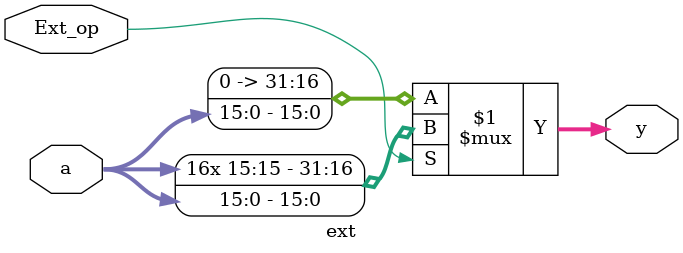
<source format=v>
module ext(a, Ext_op , y) ;
input [15:0] a ;
input Ext_op ;
output [31:0] y ;
assign y = Ext_op ? {{16{a[15]}}, a} : {16'b0 , a};
endmodule
</source>
